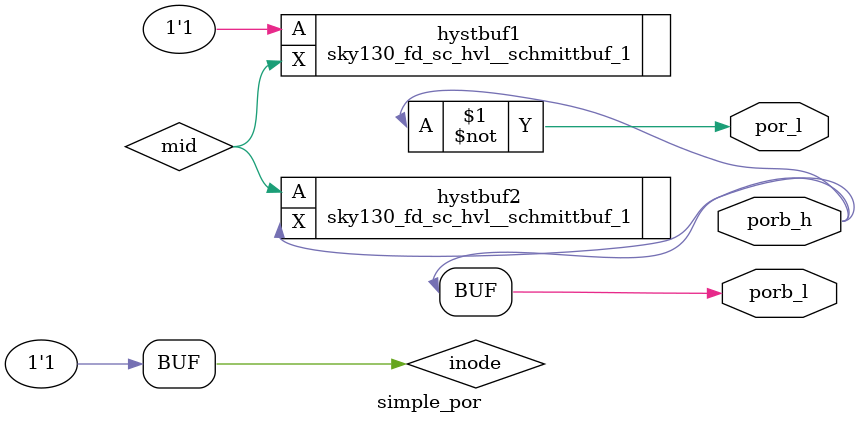
<source format=v>

`default_nettype wire
`timescale 1 ns / 1 ps
 
module simple_por(
`ifdef USE_POWER_PINS
    inout vdd3v3,
    inout vdd1v8,
    inout vss3v3,
    inout vss1v8,
`endif
    output porb_h,
    output porb_l,
    output por_l
);

    wire mid;
    reg inode;

    // This is a behavioral model!  Actual circuit is a resitor dumping
    // current (slowly) from vdd3v3 onto a capacitor, and this fed into
    // two schmitt triggers for strong hysteresis/glitch tolerance.

    initial begin
	inode <= 1'b0; 
    end 

    // Emulate current source on capacitor as a 500ns delay either up or
    // down.  Note that this is sped way up for verilog simulation;  the
    // actual circuit is set to a 15ms delay.

    `ifdef USE_POWER_PINS
    	always @(*) begin
		#500 inode <= (vdd3v3) ? 1'b1 : 1'b0;
	end
    `else
	initial begin
		#500 inode<=1'b1;
	end
    `endif
	 

    // Instantiate two shmitt trigger buffers in series

    sky130_fd_sc_hvl__schmittbuf_1 hystbuf1 (
`ifdef USE_POWER_PINS
	.VPWR(vdd3v3),
	.VGND(vss3v3),
	.VPB(vdd3v3),
	.VNB(vss3v3),
`endif
	.A(inode),
	.X(mid)
    );

    sky130_fd_sc_hvl__schmittbuf_1 hystbuf2 (
`ifdef USE_POWER_PINS
	.VPWR(vdd3v3),
	.VGND(vss3v3),
	.VPB(vdd3v3),
	.VNB(vss3v3),
`endif
	.A(mid),
	.X(porb_h)
    );
/*    sky130_fd_sc_hvl__lsbufhv2lv_1 porb_level (
`ifdef USE_POWER_PINS
	.VPWR(vdd3v3),
	.VPB(vdd3v3),
	.LVPWR(vdd1v8),
	.VNB(vss3v3),
	.VGND(vss3v3),
`endif
	.A(porb_h),
	.X(porb_l)
    );
*/
// since SCL180 has level-shifters already available in I/O pads
    assign porb_l = porb_h;
    // since this is behavioral anyway, but this should be
    // replaced by a proper inverter
    assign por_l = ~porb_l;

endmodule
`default_nettype wire

</source>
